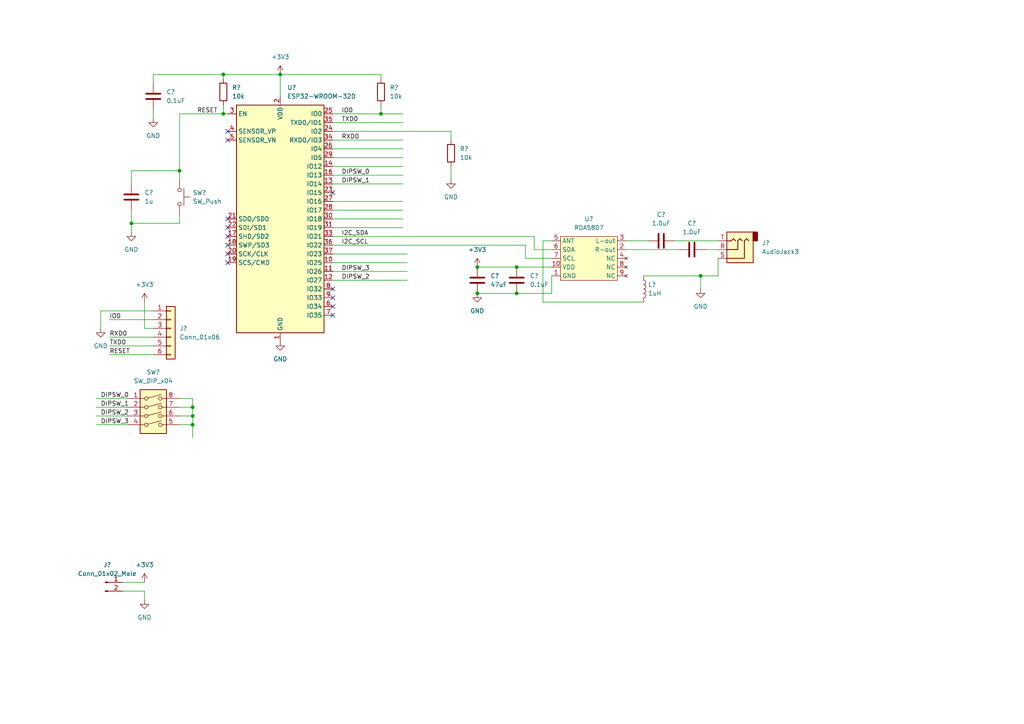
<source format=kicad_sch>
(kicad_sch (version 20211123) (generator eeschema)
  (paper "A4")
  (title_block (title "FM radio for GARAGE SAILING") (date "2022-11-20") (rev "v0.1.0"))
  (lib_symbols
    (symbol "Connector:AudioJack3"
      (property "Reference" "J" (at 0 8.89 0))
      (property "Value" "AudioJack3" (at 0 6.35 0))
      (symbol "AudioJack3_0_1"
        (rectangle (start -5.08 -5.08) (end -6.35 -2.54) (stroke (width 0.254)) (fill (type outline)))
        (polyline (pts (xy 0 -2.54) (xy 0.635 -3.175) (xy 1.27 -2.54) (xy 2.54 -2.54)) (stroke (width 0.254)))
        (polyline (pts (xy -1.905 -2.54) (xy -1.27 -3.175) (xy -0.635 -2.54) (xy -0.635 0) (xy 2.54 0)) (stroke (width 0.254)))
        (polyline (pts (xy 2.54 2.54) (xy -2.54 2.54) (xy -2.54 -2.54) (xy -3.175 -3.175) (xy -3.81 -2.54)) (stroke (width 0.254)))
        (rectangle (start 2.54 3.81) (end -5.08 -5.08) (stroke (width 0.254)) (fill (type background)))
      )
      (symbol "AudioJack3_1_1"
        (pin passive line (at 5.08 0 180) (length 2.54) (name "~") (number "R"))
        (pin passive line (at 5.08 2.54 180) (length 2.54) (name "~") (number "S"))
        (pin passive line (at 5.08 -2.54 180) (length 2.54) (name "~") (number "T"))
      )
    )
    (symbol "Connector:Conn_01x02_Male" (pin_names (offset 1.016) hide)
      (property "Reference" "J" (at 0 2.54 0))
      (property "Value" "Conn_01x02_Male" (at 0 -5.08 0))
      (symbol "Conn_01x02_Male_1_1"
        (polyline (pts (xy 1.27 -2.54) (xy 0.8636 -2.54)) (stroke (width 0.1524)))
        (polyline (pts (xy 1.27 0) (xy 0.8636 0)) (stroke (width 0.1524)))
        (rectangle (start 0.8636 -2.413) (end 0 -2.667) (stroke (width 0.1524)) (fill (type outline)))
        (rectangle (start 0.8636 0.127) (end 0 -0.127) (stroke (width 0.1524)) (fill (type outline)))
        (pin passive line (at 5.08 0 180) (length 3.81) (name "Pin_1") (number "1"))
        (pin passive line (at 5.08 -2.54 180) (length 3.81) (name "Pin_2") (number "2"))
      )
    )
    (symbol "Connector_Generic:Conn_01x06" (pin_names (offset 1.016) hide)
      (property "Reference" "J" (at 0 7.62 0))
      (property "Value" "Conn_01x06" (at 0 -10.16 0))
      (symbol "Conn_01x06_1_1"
        (rectangle (start -1.27 -7.493) (end 0 -7.747) (stroke (width 0.1524)))
        (rectangle (start -1.27 -4.953) (end 0 -5.207) (stroke (width 0.1524)))
        (rectangle (start -1.27 -2.413) (end 0 -2.667) (stroke (width 0.1524)))
        (rectangle (start -1.27 0.127) (end 0 -0.127) (stroke (width 0.1524)))
        (rectangle (start -1.27 2.667) (end 0 2.413) (stroke (width 0.1524)))
        (rectangle (start -1.27 5.207) (end 0 4.953) (stroke (width 0.1524)))
        (rectangle (start -1.27 6.35) (end 1.27 -8.89) (stroke (width 0.254)) (fill (type background)))
        (pin passive line (at -5.08 5.08 0) (length 3.81) (name "Pin_1") (number "1"))
        (pin passive line (at -5.08 2.54 0) (length 3.81) (name "Pin_2") (number "2"))
        (pin passive line (at -5.08 0 0) (length 3.81) (name "Pin_3") (number "3"))
        (pin passive line (at -5.08 -2.54 0) (length 3.81) (name "Pin_4") (number "4"))
        (pin passive line (at -5.08 -5.08 0) (length 3.81) (name "Pin_5") (number "5"))
        (pin passive line (at -5.08 -7.62 0) (length 3.81) (name "Pin_6") (number "6"))
      )
    )
    (symbol "Device:C" (pin_numbers hide) (pin_names (offset 0.254))
      (property "Reference" "C" (at 0.635 2.54 0))
      (property "Value" "C" (at 0.635 -2.54 0))
      (symbol "C_0_1"
        (polyline (pts (xy -2.032 -0.762) (xy 2.032 -0.762)) (stroke (width 0.508)))
        (polyline (pts (xy -2.032 0.762) (xy 2.032 0.762)) (stroke (width 0.508)))
      )
      (symbol "C_1_1"
        (pin passive line (at 0 3.81 270) (length 2.794) (name "~") (number "1"))
        (pin passive line (at 0 -3.81 90) (length 2.794) (name "~") (number "2"))
      )
    )
    (symbol "Device:L" (pin_numbers hide) (pin_names (offset 1.016) hide)
      (property "Reference" "L" (at -1.27 0 90))
      (property "Value" "L" (at 1.905 0 90))
      (symbol "L_0_1"
        (arc (start 0 -2.54) (mid 0.635 -1.905) (end 0 -1.27))
        (arc (start 0 -1.27) (mid 0.635 -0.635) (end 0 0))
        (arc (start 0 0) (mid 0.635 0.635) (end 0 1.27))
        (arc (start 0 1.27) (mid 0.635 1.905) (end 0 2.54))
      )
      (symbol "L_1_1"
        (pin passive line (at 0 3.81 270) (length 1.27) (name "1") (number "1"))
        (pin passive line (at 0 -3.81 90) (length 1.27) (name "2") (number "2"))
      )
    )
    (symbol "Device:R" (pin_numbers hide) (pin_names (offset 0))
      (property "Reference" "R" (at 2.032 0 90))
      (property "Value" "R" (at 0 0 90))
      (symbol "R_0_1"
        (rectangle (start -1.016 -2.54) (end 1.016 2.54) (stroke (width 0.254)))
      )
      (symbol "R_1_1"
        (pin passive line (at 0 3.81 270) (length 1.27) (name "~") (number "1"))
        (pin passive line (at 0 -3.81 90) (length 1.27) (name "~") (number "2"))
      )
    )
    (symbol "FM_radio_esp32:RDA5807"
      (property "Reference" "U" (at 0 13.97 0))
      (property "Value" "RDA5807" (at 0 16.51 0))
      (symbol "RDA5807_0_1"
        (rectangle (start -8.89 12.7) (end 7.62 0) (fill (type background)))
      )
      (symbol "RDA5807_1_1"
        (pin power_in line (at -11.43 1.27 0) (length 2.54) (name "GND") (number "1"))
        (pin power_in line (at -11.43 3.81 0) (length 2.54) (name "VDD") (number "10"))
        (pin output line (at 10.16 8.89 180) (length 2.54) (name "R-out") (number "2"))
        (pin output line (at 10.16 11.43 180) (length 2.54) (name "L-out") (number "3"))
        (pin no_connect line (at 10.16 6.35 180) (length 2.54) (name "NC") (number "4"))
        (pin input line (at -11.43 11.43 0) (length 2.54) (name "ANT") (number "5"))
        (pin tri_state line (at -11.43 8.89 0) (length 2.54) (name "SDA") (number "6"))
        (pin input line (at -11.43 6.35 0) (length 2.54) (name "SCL") (number "7"))
        (pin no_connect line (at 10.16 3.81 180) (length 2.54) (name "NC") (number "8"))
        (pin no_connect line (at 10.16 1.27 180) (length 2.54) (name "NC") (number "9"))
      )
    )
    (symbol "RF_Module:ESP32-WROOM-32D"
      (property "Reference" "U" (at -12.7 34.29 0))
      (property "Value" "ESP32-WROOM-32D" (at 1.27 34.29 0))
      (symbol "ESP32-WROOM-32D_0_1"
        (rectangle (start -12.7 33.02) (end 12.7 -33.02) (stroke (width 0.254)) (fill (type background)))
      )
      (symbol "ESP32-WROOM-32D_1_1"
        (pin power_in line (at 0 -35.56 90) (length 2.54) (name "GND") (number "1"))
        (pin bidirectional line (at 15.24 -12.7 180) (length 2.54) (name "IO25") (number "10"))
        (pin bidirectional line (at 15.24 -15.24 180) (length 2.54) (name "IO26") (number "11"))
        (pin bidirectional line (at 15.24 -17.78 180) (length 2.54) (name "IO27") (number "12"))
        (pin bidirectional line (at 15.24 10.16 180) (length 2.54) (name "IO14") (number "13"))
        (pin bidirectional line (at 15.24 15.24 180) (length 2.54) (name "IO12") (number "14"))
        (pin passive line (at 0 -35.56 90) (length 2.54) hide (name "GND") (number "15"))
        (pin bidirectional line (at 15.24 12.7 180) (length 2.54) (name "IO13") (number "16"))
        (pin bidirectional line (at -15.24 -5.08 0) (length 2.54) (name "SHD/SD2") (number "17"))
        (pin bidirectional line (at -15.24 -7.62 0) (length 2.54) (name "SWP/SD3") (number "18"))
        (pin bidirectional line (at -15.24 -12.7 0) (length 2.54) (name "SCS/CMD") (number "19"))
        (pin power_in line (at 0 35.56 270) (length 2.54) (name "VDD") (number "2"))
        (pin bidirectional line (at -15.24 -10.16 0) (length 2.54) (name "SCK/CLK") (number "20"))
        (pin bidirectional line (at -15.24 0 0) (length 2.54) (name "SDO/SD0") (number "21"))
        (pin bidirectional line (at -15.24 -2.54 0) (length 2.54) (name "SDI/SD1") (number "22"))
        (pin bidirectional line (at 15.24 7.62 180) (length 2.54) (name "IO15") (number "23"))
        (pin bidirectional line (at 15.24 25.4 180) (length 2.54) (name "IO2") (number "24"))
        (pin bidirectional line (at 15.24 30.48 180) (length 2.54) (name "IO0") (number "25"))
        (pin bidirectional line (at 15.24 20.32 180) (length 2.54) (name "IO4") (number "26"))
        (pin bidirectional line (at 15.24 5.08 180) (length 2.54) (name "IO16") (number "27"))
        (pin bidirectional line (at 15.24 2.54 180) (length 2.54) (name "IO17") (number "28"))
        (pin bidirectional line (at 15.24 17.78 180) (length 2.54) (name "IO5") (number "29"))
        (pin input line (at -15.24 30.48 0) (length 2.54) (name "EN") (number "3"))
        (pin bidirectional line (at 15.24 0 180) (length 2.54) (name "IO18") (number "30"))
        (pin bidirectional line (at 15.24 -2.54 180) (length 2.54) (name "IO19") (number "31"))
        (pin no_connect line (at -12.7 -27.94 0) (length 2.54) hide (name "NC") (number "32"))
        (pin bidirectional line (at 15.24 -5.08 180) (length 2.54) (name "IO21") (number "33"))
        (pin bidirectional line (at 15.24 22.86 180) (length 2.54) (name "RXD0/IO3") (number "34"))
        (pin bidirectional line (at 15.24 27.94 180) (length 2.54) (name "TXD0/IO1") (number "35"))
        (pin bidirectional line (at 15.24 -7.62 180) (length 2.54) (name "IO22") (number "36"))
        (pin bidirectional line (at 15.24 -10.16 180) (length 2.54) (name "IO23") (number "37"))
        (pin passive line (at 0 -35.56 90) (length 2.54) hide (name "GND") (number "38"))
        (pin passive line (at 0 -35.56 90) (length 2.54) hide (name "GND") (number "39"))
        (pin input line (at -15.24 25.4 0) (length 2.54) (name "SENSOR_VP") (number "4"))
        (pin input line (at -15.24 22.86 0) (length 2.54) (name "SENSOR_VN") (number "5"))
        (pin input line (at 15.24 -25.4 180) (length 2.54) (name "IO34") (number "6"))
        (pin input line (at 15.24 -27.94 180) (length 2.54) (name "IO35") (number "7"))
        (pin bidirectional line (at 15.24 -20.32 180) (length 2.54) (name "IO32") (number "8"))
        (pin bidirectional line (at 15.24 -22.86 180) (length 2.54) (name "IO33") (number "9"))
      )
    )
    (symbol "Switch:SW_DIP_x04" (pin_names (offset 0) hide)
      (property "Reference" "SW" (at 0 8.89 0))
      (property "Value" "SW_DIP_x04" (at 0 -6.35 0))
      (symbol "SW_DIP_x04_0_0"
        (circle (center -2.032 -2.54) (radius 0.508))
        (circle (center -2.032 0) (radius 0.508))
        (circle (center -2.032 2.54) (radius 0.508))
        (circle (center -2.032 5.08) (radius 0.508))
        (polyline (pts (xy -1.524 -2.3876) (xy 2.3622 -1.3462)))
        (polyline (pts (xy -1.524 0.127) (xy 2.3622 1.1684)))
        (polyline (pts (xy -1.524 2.667) (xy 2.3622 3.7084)))
        (polyline (pts (xy -1.524 5.207) (xy 2.3622 6.2484)))
        (circle (center 2.032 -2.54) (radius 0.508))
        (circle (center 2.032 0) (radius 0.508))
        (circle (center 2.032 2.54) (radius 0.508))
        (circle (center 2.032 5.08) (radius 0.508))
      )
      (symbol "SW_DIP_x04_0_1"
        (rectangle (start -3.81 7.62) (end 3.81 -5.08) (stroke (width 0.254)) (fill (type background)))
      )
      (symbol "SW_DIP_x04_1_1"
        (pin passive line (at -7.62 5.08 0) (length 5.08) (name "~") (number "1"))
        (pin passive line (at -7.62 2.54 0) (length 5.08) (name "~") (number "2"))
        (pin passive line (at -7.62 0 0) (length 5.08) (name "~") (number "3"))
        (pin passive line (at -7.62 -2.54 0) (length 5.08) (name "~") (number "4"))
        (pin passive line (at 7.62 -2.54 180) (length 5.08) (name "~") (number "5"))
        (pin passive line (at 7.62 0 180) (length 5.08) (name "~") (number "6"))
        (pin passive line (at 7.62 2.54 180) (length 5.08) (name "~") (number "7"))
        (pin passive line (at 7.62 5.08 180) (length 5.08) (name "~") (number "8"))
      )
    )
    (symbol "Switch:SW_Push" (pin_numbers hide) (pin_names (offset 1.016) hide)
      (property "Reference" "SW" (at 1.27 2.54 0))
      (property "Value" "SW_Push" (at 0 -1.524 0))
      (symbol "SW_Push_0_1"
        (circle (center -2.032 0) (radius 0.508))
        (polyline (pts (xy 0 1.27) (xy 0 3.048)))
        (polyline (pts (xy 2.54 1.27) (xy -2.54 1.27)))
        (circle (center 2.032 0) (radius 0.508))
        (pin passive line (at -5.08 0 0) (length 2.54) (name "1") (number "1"))
        (pin passive line (at 5.08 0 180) (length 2.54) (name "2") (number "2"))
      )
    )
    (symbol "power:+3.3V" (power) (pin_names (offset 0))
      (property "Value" "+3.3V" (at 0 3.556 0))
      (symbol "+3.3V_0_1"
        (polyline (pts (xy -0.762 1.27) (xy 0 2.54)))
        (polyline (pts (xy 0 0) (xy 0 2.54)))
        (polyline (pts (xy 0 2.54) (xy 0.762 1.27)))
      )
      (symbol "+3.3V_1_1"
        (pin power_in line (at 0 0 90) (length 0) hide (name "+3V3") (number "1"))
      )
    )
    (symbol "power:GND" (power) (pin_names (offset 0))
      (property "Value" "GND" (at 0 -3.81 0))
      (symbol "GND_0_1"
        (polyline (pts (xy 0 0) (xy 0 -1.27) (xy 1.27 -1.27) (xy 0 -2.54) (xy -1.27 -1.27) (xy 0 -1.27)))
      )
      (symbol "GND_1_1"
        (pin power_in line (at 0 0 270) (length 0) hide (name "GND") (number "1"))
      )
    )
  )
  (junction (at 52.07 49.53))
  (junction (at 38.1 64.77))
  (junction (at 55.88 120.65))
  (junction (at 64.77 33.02))
  (junction (at 149.86 77.47))
  (junction (at 55.88 118.11))
  (junction (at 81.28 21.59))
  (junction (at 64.77 21.59))
  (junction (at 203.2 80.01))
  (junction (at 138.43 77.47))
  (junction (at 149.86 85.09))
  (junction (at 138.43 85.09))
  (junction (at 110.49 33.02))
  (junction (at 55.88 123.19))
  (no_connect (at 66.04 68.58))
  (no_connect (at 96.52 86.36))
  (no_connect (at 66.04 40.64))
  (no_connect (at 66.04 73.66))
  (no_connect (at 96.52 55.88))
  (no_connect (at 66.04 71.12))
  (no_connect (at 66.04 63.5))
  (no_connect (at 66.04 76.2))
  (no_connect (at 66.04 38.1))
  (no_connect (at 66.04 66.04))
  (no_connect (at 96.52 91.44))
  (no_connect (at 96.52 83.82))
  (no_connect (at 96.52 88.9))
  (wire (pts (xy 154.94 72.39) (xy 160.02 72.39)))
  (wire (pts (xy 38.1 49.53) (xy 38.1 53.34)))
  (wire (pts (xy 35.56 168.91) (xy 41.91 168.91)))
  (wire (pts (xy 154.94 68.58) (xy 154.94 72.39)))
  (wire (pts (xy 31.75 97.79) (xy 44.45 97.79)))
  (wire (pts (xy 208.28 74.93) (xy 208.28 80.01)))
  (wire (pts (xy 64.77 21.59) (xy 81.28 21.59)))
  (wire (pts (xy 96.52 45.72) (xy 116.84 45.72)))
  (wire (pts (xy 96.52 76.2) (xy 118.11 76.2)))
  (wire (pts (xy 81.28 21.59) (xy 81.28 27.94)))
  (wire (pts (xy 96.52 48.26) (xy 116.84 48.26)))
  (wire (pts (xy 64.77 21.59) (xy 44.45 21.59)))
  (wire (pts (xy 96.52 38.1) (xy 130.81 38.1)))
  (wire (pts (xy 160.02 80.01) (xy 160.02 85.09)))
  (wire (pts (xy 55.88 120.65) (xy 52.07 120.65)))
  (wire (pts (xy 204.47 72.39) (xy 208.28 72.39)))
  (wire (pts (xy 55.88 115.57) (xy 55.88 118.11)))
  (wire (pts (xy 96.52 60.96) (xy 116.84 60.96)))
  (wire (pts (xy 27.94 123.19) (xy 36.83 123.19)))
  (wire (pts (xy 52.07 115.57) (xy 55.88 115.57)))
  (wire (pts (xy 52.07 49.53) (xy 38.1 49.53)))
  (wire (pts (xy 96.52 50.8) (xy 116.84 50.8)))
  (wire (pts (xy 52.07 123.19) (xy 55.88 123.19)))
  (wire (pts (xy 81.28 21.59) (xy 110.49 21.59)))
  (wire (pts (xy 31.75 100.33) (xy 44.45 100.33)))
  (wire (pts (xy 29.21 90.17) (xy 29.21 95.25)))
  (wire (pts (xy 52.07 49.53) (xy 52.07 52.07)))
  (wire (pts (xy 96.52 53.34) (xy 116.84 53.34)))
  (wire (pts (xy 31.75 102.87) (xy 44.45 102.87)))
  (wire (pts (xy 38.1 64.77) (xy 38.1 67.31)))
  (wire (pts (xy 130.81 38.1) (xy 130.81 40.64)))
  (wire (pts (xy 186.69 80.01) (xy 203.2 80.01)))
  (wire (pts (xy 96.52 58.42) (xy 116.84 58.42)))
  (wire (pts (xy 195.58 69.85) (xy 208.28 69.85)))
  (wire (pts (xy 96.52 73.66) (xy 118.11 73.66)))
  (wire (pts (xy 96.52 81.28) (xy 118.11 81.28)))
  (wire (pts (xy 203.2 80.01) (xy 208.28 80.01)))
  (wire (pts (xy 52.07 33.02) (xy 64.77 33.02)))
  (wire (pts (xy 157.48 87.63) (xy 186.69 87.63)))
  (wire (pts (xy 64.77 30.48) (xy 64.77 33.02)))
  (wire (pts (xy 27.94 120.65) (xy 36.83 120.65)))
  (wire (pts (xy 96.52 40.64) (xy 116.84 40.64)))
  (wire (pts (xy 149.86 77.47) (xy 160.02 77.47)))
  (wire (pts (xy 52.07 118.11) (xy 55.88 118.11)))
  (wire (pts (xy 96.52 68.58) (xy 154.94 68.58)))
  (wire (pts (xy 52.07 33.02) (xy 52.07 49.53)))
  (wire (pts (xy 130.81 48.26) (xy 130.81 52.07)))
  (wire (pts (xy 110.49 21.59) (xy 110.49 22.86)))
  (wire (pts (xy 152.4 71.12) (xy 152.4 74.93)))
  (wire (pts (xy 44.45 31.75) (xy 44.45 34.29)))
  (wire (pts (xy 149.86 85.09) (xy 160.02 85.09)))
  (wire (pts (xy 27.94 115.57) (xy 36.83 115.57)))
  (wire (pts (xy 64.77 22.86) (xy 64.77 21.59)))
  (wire (pts (xy 41.91 87.63) (xy 41.91 95.25)))
  (wire (pts (xy 96.52 63.5) (xy 116.84 63.5)))
  (wire (pts (xy 96.52 35.56) (xy 116.84 35.56)))
  (wire (pts (xy 160.02 69.85) (xy 157.48 69.85)))
  (wire (pts (xy 181.61 69.85) (xy 187.96 69.85)))
  (wire (pts (xy 181.61 72.39) (xy 196.85 72.39)))
  (wire (pts (xy 55.88 123.19) (xy 55.88 127)))
  (wire (pts (xy 157.48 69.85) (xy 157.48 87.63)))
  (wire (pts (xy 35.56 171.45) (xy 41.91 171.45)))
  (wire (pts (xy 38.1 60.96) (xy 38.1 64.77)))
  (wire (pts (xy 55.88 118.11) (xy 55.88 120.65)))
  (wire (pts (xy 31.75 92.71) (xy 44.45 92.71)))
  (wire (pts (xy 160.02 74.93) (xy 152.4 74.93)))
  (wire (pts (xy 52.07 64.77) (xy 38.1 64.77)))
  (wire (pts (xy 27.94 118.11) (xy 36.83 118.11)))
  (wire (pts (xy 52.07 62.23) (xy 52.07 64.77)))
  (wire (pts (xy 110.49 33.02) (xy 116.84 33.02)))
  (wire (pts (xy 96.52 66.04) (xy 116.84 66.04)))
  (wire (pts (xy 203.2 80.01) (xy 203.2 83.82)))
  (wire (pts (xy 44.45 21.59) (xy 44.45 24.13)))
  (wire (pts (xy 110.49 30.48) (xy 110.49 33.02)))
  (wire (pts (xy 96.52 43.18) (xy 116.84 43.18)))
  (wire (pts (xy 41.91 171.45) (xy 41.91 173.99)))
  (wire (pts (xy 64.77 33.02) (xy 66.04 33.02)))
  (wire (pts (xy 138.43 85.09) (xy 149.86 85.09)))
  (wire (pts (xy 44.45 90.17) (xy 29.21 90.17)))
  (wire (pts (xy 96.52 71.12) (xy 152.4 71.12)))
  (wire (pts (xy 138.43 77.47) (xy 149.86 77.47)))
  (wire (pts (xy 55.88 120.65) (xy 55.88 123.19)))
  (wire (pts (xy 96.52 78.74) (xy 118.11 78.74)))
  (wire (pts (xy 96.52 33.02) (xy 110.49 33.02)))
  (wire (pts (xy 44.45 95.25) (xy 41.91 95.25)))
  (label "DIPSW_3" (at 29.21 123.19 0))
  (label "I2C_SDA" (at 99.06 68.58 0))
  (label "IO0" (at 99.06 33.02 0))
  (label "DIPSW_2" (at 99.06 81.28 0))
  (label "DIPSW_0" (at 99.06 50.8 0))
  (label "DIPSW_0" (at 29.21 115.57 0))
  (label "RXD0" (at 99.06 40.64 0))
  (label "RESET" (at 57.15 33.02 0))
  (label "DIPSW_1" (at 29.21 118.11 0))
  (label "DIPSW_1" (at 99.06 53.34 0))
  (label "TXD0" (at 99.06 35.56 0))
  (label "IO0" (at 31.75 92.71 0))
  (label "DIPSW_2" (at 29.21 120.65 0))
  (label "TXD0" (at 31.75 100.33 0))
  (label "DIPSW_3" (at 99.06 78.74 0))
  (label "RXD0" (at 31.75 97.79 0))
  (label "RESET" (at 31.75 102.87 0))
  (label "I2C_SCL" (at 99.06 71.12 0))
  (symbol (lib_id "Device:R") (at 64.77 26.67 0) (unit 1)
    (property "Reference" "R?" (at 67.31 25.3999 0) (effects (justify left)))
    (property "Value" "10k" (at 67.31 27.9399 0) (effects (justify left)))
    (property "Footprint" "Resistor_SMD:R_0603_1608Metric" (effects hide))
  )
  (symbol (lib_id "Device:C") (at 138.43 81.28 0) (unit 1)
    (property "Reference" "C?" (at 142.24 80.0099 0) (effects (justify left)))
    (property "Value" "47uF" (at 142.24 82.5499 0) (effects (justify left)))
  )
  (symbol (lib_id "Device:C") (at 191.77 69.85 90) (unit 1)
    (property "Reference" "C?" (at 191.77 62.23 90))
    (property "Value" "1.0uF" (at 191.77 64.77 90))
  )
  (symbol (lib_id "power:GND") (at 41.91 173.99 0) (unit 1)
    (property "Reference" "#PWR?" (effects hide))
    (property "Value" "GND" (at 41.91 179.07 0))
  )
  (symbol (lib_id "RF_Module:ESP32-WROOM-32D") (at 81.28 63.5 0) (unit 1)
    (property "Reference" "U?" (at 83.2994 25.4 0) (effects (justify left)))
    (property "Value" "ESP32-WROOM-32D" (at 83.2994 27.94 0) (effects (justify left)))
    (property "Footprint" "RF_Module:ESP32-WROOM-32" (effects hide))
    (property "Datasheet" "https://www.espressif.com/sites/default/files/documentation/esp32-wroom-32d_esp32-wroom-32u_datasheet_en.pdf" (effects hide))
  )
  (symbol (lib_id "power:GND") (at 81.28 99.06 0) (unit 1)
    (property "Reference" "#PWR?" (effects hide))
    (property "Value" "GND" (at 81.28 104.14 0))
  )
  (symbol (lib_id "power:+3.3V") (at 138.43 77.47 0) (unit 1)
    (property "Reference" "#PWR?" (effects hide))
    (property "Value" "+3.3V" (at 138.43 72.39 0))
  )
  (symbol (lib_id "Connector:Conn_01x02_Male") (at 30.48 168.91 0) (unit 1)
    (property "Reference" "J?" (at 31.115 163.83 0))
    (property "Value" "Conn_01x02_Male" (at 31.115 166.37 0))
  )
  (symbol (lib_id "Device:R") (at 130.81 44.45 0) (unit 1)
    (property "Reference" "R?" (at 133.35 43.1799 0) (effects (justify left)))
    (property "Value" "10k" (at 133.35 45.7199 0) (effects (justify left)))
    (property "Footprint" "Resistor_SMD:R_0603_1608Metric" (effects hide))
  )
  (symbol (lib_id "power:GND") (at 44.45 34.29 0) (unit 1)
    (property "Reference" "#PWR?" (effects hide))
    (property "Value" "GND" (at 44.45 39.37 0))
  )
  (symbol (lib_id "power:GND") (at 38.1 67.31 0) (unit 1)
    (property "Reference" "#PWR?" (effects hide))
    (property "Value" "GND" (at 38.1 72.39 0))
  )
  (symbol (lib_id "Connector_Generic:Conn_01x06") (at 49.53 95.25 0) (unit 1)
    (property "Reference" "J?" (at 52.07 95.2499 0) (effects (justify left)))
    (property "Value" "Conn_01x06" (at 52.07 97.7899 0) (effects (justify left)))
    (property "Footprint" "Connector_PinSocket_2.54mm:PinSocket_1x06_P2.54mm_Vertical" (effects hide))
  )
  (symbol (lib_id "Device:C") (at 38.1 57.15 0) (unit 1)
    (property "Reference" "C?" (at 41.91 55.8799 0) (effects (justify left)))
    (property "Value" "1u" (at 41.91 58.4199 0) (effects (justify left)))
    (property "Footprint" "Capacitor_SMD:C_0603_1608Metric" (effects hide))
  )
  (symbol (lib_id "FM_radio_esp32:RDA5807") (at 171.45 81.28 0) (unit 1)
    (property "Reference" "U?" (at 170.815 63.5 0))
    (property "Value" "RDA5807" (at 170.815 66.04 0))
  )
  (symbol (lib_id "Device:L") (at 186.69 83.82 0) (unit 1)
    (property "Reference" "L?" (at 187.96 82.5499 0) (effects (justify left)))
    (property "Value" "1uH" (at 187.96 85.0899 0) (effects (justify left)))
  )
  (symbol (lib_id "power:+3.3V") (at 81.28 21.59 0) (unit 1)
    (property "Reference" "#PWR?" (effects hide))
    (property "Value" "+3.3V" (at 81.28 16.51 0))
  )
  (symbol (lib_id "Device:C") (at 200.66 72.39 90) (unit 1)
    (property "Reference" "C?" (at 200.66 64.77 90))
    (property "Value" "1.0uF" (at 200.66 67.31 90))
  )
  (symbol (lib_id "power:+3.3V") (at 41.91 87.63 0) (unit 1)
    (property "Reference" "#PWR?" (effects hide))
    (property "Value" "+3.3V" (at 41.91 82.55 0))
  )
  (symbol (lib_id "Device:C") (at 149.86 81.28 0) (unit 1)
    (property "Reference" "C?" (at 153.67 80.0099 0) (effects (justify left)))
    (property "Value" "0.1uF" (at 153.67 82.5499 0) (effects (justify left)))
  )
  (symbol (lib_id "power:+3.3V") (at 41.91 168.91 0) (unit 1)
    (property "Reference" "#PWR?" (effects hide))
    (property "Value" "+3.3V" (at 41.91 163.83 0))
  )
  (symbol (lib_id "power:GND") (at 138.43 85.09 0) (unit 1)
    (property "Reference" "#PWR?" (effects hide))
    (property "Value" "GND" (at 138.43 90.17 0))
  )
  (symbol (lib_id "Device:R") (at 110.49 26.67 0) (unit 1)
    (property "Reference" "R?" (at 113.03 25.3999 0) (effects (justify left)))
    (property "Value" "10k" (at 113.03 27.9399 0) (effects (justify left)))
    (property "Footprint" "Resistor_SMD:R_0603_1608Metric" (effects hide))
  )
  (symbol (lib_id "Device:C") (at 44.45 27.94 180) (unit 1)
    (property "Reference" "C?" (at 48.26 26.6699 0) (effects (justify right)))
    (property "Value" "0.1uF" (at 48.26 29.2099 0) (effects (justify right)))
    (property "Footprint" "Capacitor_SMD:C_0603_1608Metric" (effects hide))
  )
  (symbol (lib_id "power:GND") (at 29.21 95.25 0) (unit 1)
    (property "Reference" "#PWR?" (effects hide))
    (property "Value" "GND" (at 29.21 100.33 0))
  )
  (symbol (lib_id "Connector:AudioJack3") (at 213.36 72.39 180) (unit 1)
    (property "Reference" "J?" (at 220.98 70.4849 0) (effects (justify right)))
    (property "Value" "AudioJack3" (at 220.98 73.0249 0) (effects (justify right)))
  )
  (symbol (lib_id "power:GND") (at 130.81 52.07 0) (unit 1)
    (property "Reference" "#PWR?" (effects hide))
    (property "Value" "GND" (at 130.81 57.15 0))
  )
  (symbol (lib_id "Switch:SW_DIP_x04") (at 44.45 120.65 0) (unit 1)
    (property "Reference" "SW?" (at 44.45 107.95 0))
    (property "Value" "SW_DIP_x04" (at 44.45 110.49 0))
    (property "Footprint" "Button_Switch_THT:SW_DIP_SPSTx04_Slide_6.7x11.72mm_W7.62mm_P2.54mm_LowProfile" (effects hide))
  )
  (symbol (lib_id "power:GND") (at 203.2 83.82 0) (unit 1)
    (property "Reference" "#PWR?" (effects hide))
    (property "Value" "GND" (at 203.2 88.9 0))
  )
  (symbol (lib_id "Switch:SW_Push") (at 52.07 57.15 270) (unit 1)
    (property "Reference" "SW?" (at 55.88 55.8799 90) (effects (justify left)))
    (property "Value" "SW_Push" (at 55.88 58.4199 90) (effects (justify left)))
    (property "Footprint" "Button_Switch_SMD:SW_SPST_SKQG_WithoutStem" (effects hide))
  )
)
</source>
